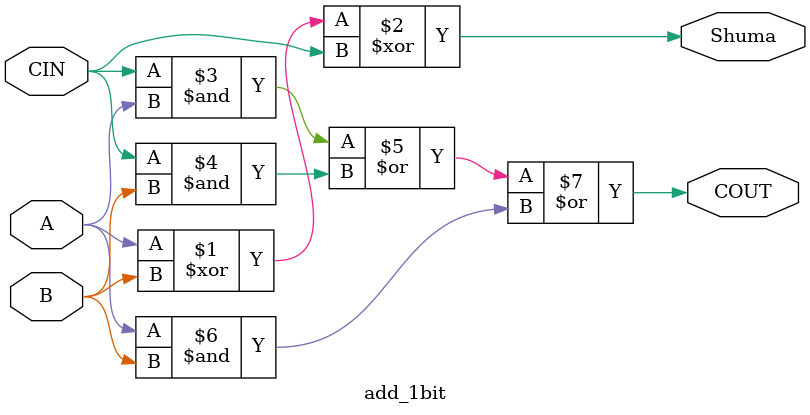
<source format=v>
`timescale 1ns / 1ps


module add_1bit(
    input A,
    input B,
    input CIN,
    output Shuma,
    output COUT
    );
    
    assign Shuma = A ^ B ^ CIN;
    assign COUT = CIN & A | CIN & B | A & B;
endmodule

</source>
